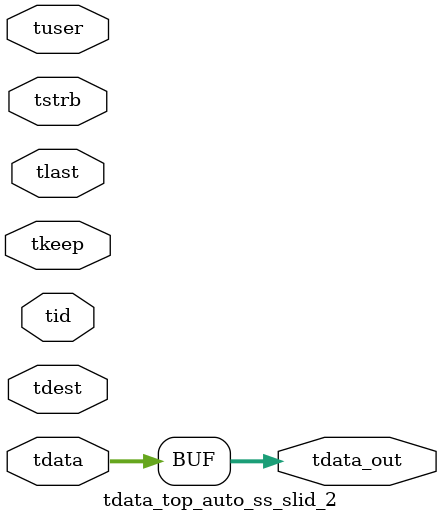
<source format=v>


`timescale 1ps/1ps

module tdata_top_auto_ss_slid_2 #
(
parameter C_S_AXIS_TDATA_WIDTH = 32,
parameter C_S_AXIS_TUSER_WIDTH = 0,
parameter C_S_AXIS_TID_WIDTH   = 0,
parameter C_S_AXIS_TDEST_WIDTH = 0,
parameter C_M_AXIS_TDATA_WIDTH = 32
)
(
input  [(C_S_AXIS_TDATA_WIDTH == 0 ? 1 : C_S_AXIS_TDATA_WIDTH)-1:0     ] tdata,
input  [(C_S_AXIS_TUSER_WIDTH == 0 ? 1 : C_S_AXIS_TUSER_WIDTH)-1:0     ] tuser,
input  [(C_S_AXIS_TID_WIDTH   == 0 ? 1 : C_S_AXIS_TID_WIDTH)-1:0       ] tid,
input  [(C_S_AXIS_TDEST_WIDTH == 0 ? 1 : C_S_AXIS_TDEST_WIDTH)-1:0     ] tdest,
input  [(C_S_AXIS_TDATA_WIDTH/8)-1:0 ] tkeep,
input  [(C_S_AXIS_TDATA_WIDTH/8)-1:0 ] tstrb,
input                                                                    tlast,
output [C_M_AXIS_TDATA_WIDTH-1:0] tdata_out
);

assign tdata_out = {tdata[31:0]};

endmodule


</source>
